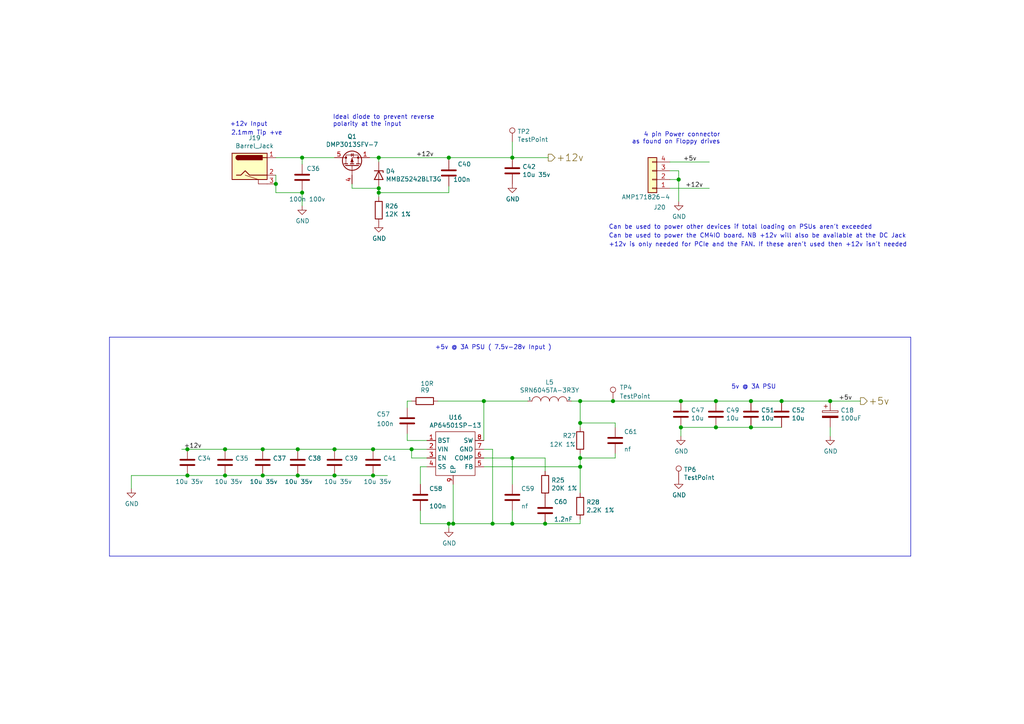
<source format=kicad_sch>
(kicad_sch (version 20211123) (generator eeschema)
  (paper "A4")
  (title_block (title "Compute Module 4 IO USB3 Board - PSUs") (company "Copyright © 2020-2022 Raspberry Pi Ltd (formerly Raspberry Pi (Trading) Ltd.)") (comment 1 "www.raspberrypi.com"))
  (lib_symbols
    (symbol "CM4IO:AP64351"
      (property "Reference" "U" (at 0 8.89 0))
      (property "Value" "AP64351" (at 1.27 6.35 0))
      (symbol "AP64351_0_1"
        (rectangle (start -5.08 5.08) (end 6.35 -7.62))
      )
      (symbol "AP64351_1_1"
        (pin passive line (at -7.62 2.54 0) (length 2.54) (name "BST") (number "1"))
        (pin power_in line (at -7.62 0 0) (length 2.54) (name "VIN") (number "2"))
        (pin input line (at -7.62 -2.54 0) (length 2.54) (name "EN") (number "3"))
        (pin input line (at -7.62 -5.08 0) (length 2.54) (name "SS") (number "4"))
        (pin input line (at 8.89 -5.08 180) (length 2.54) (name "FB") (number "5"))
        (pin input line (at 8.89 -2.54 180) (length 2.54) (name "COMP") (number "6"))
        (pin power_in line (at 8.89 0 180) (length 2.54) (name "GND") (number "7"))
        (pin output line (at 8.89 2.54 180) (length 2.54) (name "SW") (number "8"))
        (pin passive line (at 0 -10.16 90) (length 2.54) (name "EP") (number "9"))
      )
    )
    (symbol "CM4IO:Barrel_Jack"
      (property "Reference" "J" (at 0 5.334 0))
      (property "Value" "Barrel_Jack" (at 0 -5.08 0))
      (symbol "Barrel_Jack_0_1"
        (rectangle (start -5.08 3.81) (end 5.08 -3.81) (stroke (width 0.254)) (fill (type background)))
        (arc (start -3.302 3.175) (mid -3.937 2.54) (end -3.302 1.905) (stroke (width 0.254)))
        (arc (start -3.302 3.175) (mid -3.937 2.54) (end -3.302 1.905) (stroke (width 0.254)) (fill (type outline)))
        (polyline (pts (xy 5.08 2.54) (xy 3.81 2.54)) (stroke (width 0.254)))
        (polyline (pts (xy 5.08 -5.08) (xy 2.54 -5.08) (xy 2.54 -3.81) (xy -1.27 -2.54)))
        (polyline (pts (xy -3.81 -2.54) (xy -2.54 -2.54) (xy -1.27 -1.27) (xy 0 -2.54) (xy 2.54 -2.54) (xy 5.08 -2.54)) (stroke (width 0.254)))
        (rectangle (start 3.683 3.175) (end -3.302 1.905) (stroke (width 0.254)) (fill (type outline)))
      )
      (symbol "Barrel_Jack_1_1"
        (pin passive line (at 7.62 2.54 180) (length 2.54) (name "~") (number "1"))
        (pin passive line (at 7.62 -2.54 180) (length 2.54) (name "~") (number "2"))
        (pin passive line (at 7.62 -5.08 180) (length 2.54) (name "~") (number "3"))
      )
    )
    (symbol "Connector:TestPoint" (pin_numbers hide) (pin_names (offset 0.762) hide)
      (property "Reference" "TP" (at 0 6.858 0))
      (property "Value" "TestPoint" (at 0 5.08 0))
      (symbol "TestPoint_0_1"
        (circle (center 0 3.302) (radius 0.762))
      )
      (symbol "TestPoint_1_1"
        (pin passive line (at 0 0 90) (length 2.54) (name "1") (number "1"))
      )
    )
    (symbol "Connector_Generic:Conn_01x04" (pin_names hide)
      (property "Reference" "J" (at 0 5.08 0))
      (property "Value" "Conn_01x04" (at 0 -7.62 0))
      (symbol "Conn_01x04_1_1"
        (rectangle (start -1.27 -4.953) (end 0 -5.207))
        (rectangle (start -1.27 -2.413) (end 0 -2.667))
        (rectangle (start -1.27 0.127) (end 0 -0.127))
        (rectangle (start -1.27 2.667) (end 0 2.413))
        (rectangle (start -1.27 3.81) (end 1.27 -6.35) (stroke (width 0.254)) (fill (type background)))
        (pin passive line (at -5.08 2.54 0) (length 3.81) (name "Pin_1") (number "1"))
        (pin passive line (at -5.08 0 0) (length 3.81) (name "Pin_2") (number "2"))
        (pin passive line (at -5.08 -2.54 0) (length 3.81) (name "Pin_3") (number "3"))
        (pin passive line (at -5.08 -5.08 0) (length 3.81) (name "Pin_4") (number "4"))
      )
    )
    (symbol "Device:C" (pin_numbers hide) (pin_names (offset 0.254))
      (property "Reference" "C" (at 0.635 2.54 0))
      (property "Value" "C" (at 0.635 -2.54 0))
      (symbol "C_0_1"
        (polyline (pts (xy -2.032 -0.762) (xy 2.032 -0.762)) (stroke (width 0.508)))
        (polyline (pts (xy -2.032 0.762) (xy 2.032 0.762)) (stroke (width 0.508)))
      )
      (symbol "C_1_1"
        (pin passive line (at 0 3.81 270) (length 2.794) (name "~") (number "1"))
        (pin passive line (at 0 -3.81 90) (length 2.794) (name "~") (number "2"))
      )
    )
    (symbol "Device:CP" (pin_numbers hide) (pin_names (offset 0.254))
      (property "Reference" "C" (at 0.635 2.54 0))
      (property "Value" "CP" (at 0.635 -2.54 0))
      (symbol "CP_0_1"
        (rectangle (start -2.286 0.508) (end 2.286 1.016))
        (polyline (pts (xy -1.778 2.286) (xy -0.762 2.286)))
        (polyline (pts (xy -1.27 2.794) (xy -1.27 1.778)))
        (rectangle (start 2.286 -0.508) (end -2.286 -1.016) (fill (type outline)))
      )
      (symbol "CP_1_1"
        (pin passive line (at 0 3.81 270) (length 2.794) (name "~") (number "1"))
        (pin passive line (at 0 -3.81 90) (length 2.794) (name "~") (number "2"))
      )
    )
    (symbol "Device:R" (pin_numbers hide) (pin_names (offset 0))
      (property "Reference" "R" (at 2.032 0 90))
      (property "Value" "R" (at 0 0 90))
      (symbol "R_0_1"
        (rectangle (start -1.016 -2.54) (end 1.016 2.54) (stroke (width 0.254)))
      )
      (symbol "R_1_1"
        (pin passive line (at 0 3.81 270) (length 1.27) (name "~") (number "1"))
        (pin passive line (at 0 -3.81 90) (length 1.27) (name "~") (number "2"))
      )
    )
    (symbol "Diode:BZX84Cxx" (pin_numbers hide) (pin_names hide)
      (property "Reference" "D" (at 0 2.54 0))
      (property "Value" "BZX84Cxx" (at 0 -2.54 0))
      (symbol "BZX84Cxx_0_1"
        (polyline (pts (xy 1.27 0) (xy -1.27 0)))
        (polyline (pts (xy -1.27 -1.27) (xy -1.27 1.27) (xy -0.762 1.27)) (stroke (width 0.254)))
        (polyline (pts (xy 1.27 -1.27) (xy 1.27 1.27) (xy -1.27 0) (xy 1.27 -1.27)) (stroke (width 0.254)))
      )
      (symbol "BZX84Cxx_1_1"
        (pin passive line (at -3.81 0 0) (length 2.54) (name "K") (number "1"))
        (pin passive line (at 3.81 0 180) (length 2.54) (name "A") (number "2"))
      )
    )
    (symbol "Transistor_FET:DMP3013SFV" (pin_names hide)
      (property "Reference" "Q" (at 5.08 1.905 0))
      (property "Value" "DMP3013SFV" (at 5.08 0 0))
      (symbol "DMP3013SFV_0_1"
        (polyline (pts (xy 0.254 0) (xy -2.54 0)))
        (polyline (pts (xy 0.254 1.905) (xy 0.254 -1.905)) (stroke (width 0.254)))
        (polyline (pts (xy 0.762 -1.27) (xy 0.762 -2.286)) (stroke (width 0.254)))
        (polyline (pts (xy 0.762 0.508) (xy 0.762 -0.508)) (stroke (width 0.254)))
        (polyline (pts (xy 0.762 2.286) (xy 0.762 1.27)) (stroke (width 0.254)))
        (polyline (pts (xy 2.54 2.54) (xy 2.54 1.778)))
        (polyline (pts (xy 2.54 -2.54) (xy 2.54 0) (xy 0.762 0)))
        (polyline (pts (xy 0.762 1.778) (xy 3.302 1.778) (xy 3.302 -1.778) (xy 0.762 -1.778)))
        (polyline (pts (xy 2.286 0) (xy 1.27 0.381) (xy 1.27 -0.381) (xy 2.286 0)) (fill (type outline)))
        (polyline (pts (xy 2.794 -0.508) (xy 2.921 -0.381) (xy 3.683 -0.381) (xy 3.81 -0.254)))
        (polyline (pts (xy 3.302 -0.381) (xy 2.921 0.254) (xy 3.683 0.254) (xy 3.302 -0.381)))
        (circle (center 1.651 0) (radius 2.794) (stroke (width 0.254)))
        (circle (center 2.54 -1.778) (radius 0.254) (fill (type outline)))
        (circle (center 2.54 1.778) (radius 0.254) (fill (type outline)))
      )
      (symbol "DMP3013SFV_1_1"
        (pin passive line (at 2.54 -5.08 90) (length 2.54) (name "S") (number "1"))
        (pin passive line (at 2.54 -5.08 90) (length 2.54) hide (name "S") (number "2"))
        (pin passive line (at 2.54 -5.08 90) (length 2.54) hide (name "S") (number "3"))
        (pin passive line (at -5.08 0 0) (length 2.54) (name "G") (number "4"))
        (pin passive line (at 2.54 5.08 270) (length 2.54) (name "D") (number "5"))
      )
    )
    (symbol "power:GND" (power) (pin_names (offset 0))
      (property "Value" "GND" (at 0 -3.81 0))
      (symbol "GND_0_1"
        (polyline (pts (xy 0 0) (xy 0 -1.27) (xy 1.27 -1.27) (xy 0 -2.54) (xy -1.27 -1.27) (xy 0 -1.27)))
      )
      (symbol "GND_1_1"
        (pin power_in line (at 0 0 270) (length 0) hide (name "GND") (number "1"))
      )
    )
    (symbol "pspice:INDUCTOR" (pin_numbers hide) (pin_names (offset 0))
      (property "Reference" "L" (at 0 2.54 0))
      (property "Value" "INDUCTOR" (at 0 -1.27 0))
      (symbol "INDUCTOR_0_1"
        (arc (start -2.54 0) (mid -3.81 1.27) (end -5.08 0))
        (arc (start 0 0) (mid -1.27 1.27) (end -2.54 0))
        (arc (start 2.54 0) (mid 1.27 1.27) (end 0 0))
        (arc (start 5.08 0) (mid 3.81 1.27) (end 2.54 0))
      )
      (symbol "INDUCTOR_1_1"
        (pin input line (at -6.35 0 0) (length 1.27) (name "1") (number "1"))
        (pin input line (at 6.35 0 180) (length 1.27) (name "2") (number "2"))
      )
    )
  )
  (junction (at 142.875 151.892) (diameter 1.016))
  (junction (at 54.356 130.302) (diameter 1.016))
  (junction (at 131.445 151.892) (diameter 1.016))
  (junction (at 87.63 55.88) (diameter 1.016))
  (junction (at 130.175 151.892) (diameter 1.016))
  (junction (at 86.36 137.922) (diameter 1.016))
  (junction (at 217.805 123.952) (diameter 1.016))
  (junction (at 97.028 130.302) (diameter 1.016))
  (junction (at 86.36 130.302) (diameter 1.016))
  (junction (at 240.792 116.332) (diameter 1.016))
  (junction (at 108.204 130.302) (diameter 1.016))
  (junction (at 168.275 122.682) (diameter 1.016))
  (junction (at 197.485 123.952) (diameter 1.016))
  (junction (at 226.695 116.332) (diameter 1.016))
  (junction (at 148.59 45.72) (diameter 1.016))
  (junction (at 196.85 52.07) (diameter 1.016))
  (junction (at 177.8 116.332) (diameter 1.016))
  (junction (at 168.275 116.332) (diameter 1.016))
  (junction (at 109.855 54.61) (diameter 1.016))
  (junction (at 217.805 116.332) (diameter 1.016))
  (junction (at 168.275 132.842) (diameter 1.016))
  (junction (at 65.278 137.922) (diameter 1.016))
  (junction (at 168.275 135.382) (diameter 1.016))
  (junction (at 119.38 130.302) (diameter 1.016))
  (junction (at 87.63 45.72) (diameter 1.016))
  (junction (at 65.278 130.302) (diameter 1.016))
  (junction (at 148.59 132.842) (diameter 1.016))
  (junction (at 97.028 137.922) (diameter 1.016))
  (junction (at 207.645 123.952) (diameter 1.016))
  (junction (at 54.356 137.922) (diameter 1.016))
  (junction (at 197.485 116.332) (diameter 1.016))
  (junction (at 158.115 151.892) (diameter 1.016))
  (junction (at 80.01 53.34) (diameter 1.016))
  (junction (at 207.645 116.332) (diameter 1.016))
  (junction (at 76.2 137.922) (diameter 1.016))
  (junction (at 109.855 45.72) (diameter 1.016))
  (junction (at 109.855 55.88) (diameter 1.016))
  (junction (at 140.335 116.332) (diameter 1.016))
  (junction (at 108.204 137.922) (diameter 1.016))
  (junction (at 76.2 130.302) (diameter 1.016))
  (junction (at 148.59 151.892) (diameter 1.016))
  (junction (at 130.175 45.72) (diameter 1.016))
  (wire (pts (xy 131.445 151.892) (xy 142.875 151.892)))
  (wire (pts (xy 80.01 55.88) (xy 87.63 55.88)))
  (wire (pts (xy 142.875 151.892) (xy 148.59 151.892)))
  (wire (pts (xy 86.36 137.922) (xy 97.028 137.922)))
  (wire (pts (xy 178.435 132.842) (xy 178.435 131.572)))
  (wire (pts (xy 168.275 122.682) (xy 178.435 122.682)))
  (wire (pts (xy 197.485 116.332) (xy 207.645 116.332)))
  (wire (pts (xy 158.115 151.892) (xy 168.275 151.892)))
  (wire (pts (xy 194.31 46.99) (xy 205.74 46.99)))
  (wire (pts (xy 121.92 135.382) (xy 121.92 140.462)))
  (wire (pts (xy 168.275 116.332) (xy 168.275 122.682)))
  (wire (pts (xy 87.63 55.88) (xy 87.63 59.69)))
  (wire (pts (xy 196.85 52.07) (xy 196.85 58.42)))
  (wire (pts (xy 87.63 45.72) (xy 97.028 45.72)))
  (wire (pts (xy 65.278 130.302) (xy 76.2 130.302)))
  (wire (pts (xy 165.735 116.332) (xy 168.275 116.332)))
  (wire (pts (xy 118.11 125.857) (xy 118.11 127.762)))
  (wire (pts (xy 178.435 122.682) (xy 178.435 123.952)))
  (wire (pts (xy 80.01 45.72) (xy 87.63 45.72)))
  (polyline (pts (xy 264.16 97.79) (xy 264.16 161.29)) (stroke (width 0) (type solid)))
  (wire (pts (xy 197.485 123.952) (xy 197.485 126.492)))
  (wire (pts (xy 123.825 135.382) (xy 121.92 135.382)))
  (wire (pts (xy 148.59 132.842) (xy 148.59 140.462)))
  (wire (pts (xy 119.38 130.302) (xy 119.38 132.842)))
  (wire (pts (xy 109.855 55.88) (xy 130.175 55.88)))
  (wire (pts (xy 148.59 45.72) (xy 159.004 45.72)))
  (wire (pts (xy 102.108 53.34) (xy 102.108 54.61)))
  (wire (pts (xy 54.356 130.302) (xy 65.278 130.302)))
  (wire (pts (xy 109.855 45.72) (xy 130.175 45.72)))
  (polyline (pts (xy 31.75 97.79) (xy 31.75 161.29)) (stroke (width 0) (type solid)))
  (wire (pts (xy 140.335 130.302) (xy 142.875 130.302)))
  (wire (pts (xy 130.175 55.88) (xy 130.175 53.975)))
  (wire (pts (xy 130.175 151.892) (xy 131.445 151.892)))
  (wire (pts (xy 80.01 53.34) (xy 80.01 50.8)))
  (wire (pts (xy 240.792 123.952) (xy 240.792 126.492)))
  (wire (pts (xy 168.275 132.842) (xy 178.435 132.842)))
  (wire (pts (xy 148.59 148.082) (xy 148.59 151.892)))
  (wire (pts (xy 168.275 122.682) (xy 168.275 123.952)))
  (wire (pts (xy 118.11 118.237) (xy 118.11 116.332)))
  (wire (pts (xy 109.855 55.88) (xy 109.855 57.15)))
  (wire (pts (xy 80.01 55.88) (xy 80.01 53.34)))
  (wire (pts (xy 107.188 45.72) (xy 109.855 45.72)))
  (wire (pts (xy 194.31 54.61) (xy 205.74 54.61)))
  (wire (pts (xy 148.59 151.892) (xy 158.115 151.892)))
  (wire (pts (xy 158.115 136.652) (xy 158.115 132.842)))
  (wire (pts (xy 65.278 137.922) (xy 76.2 137.922)))
  (wire (pts (xy 148.59 132.842) (xy 158.115 132.842)))
  (wire (pts (xy 118.11 116.332) (xy 119.38 116.332)))
  (wire (pts (xy 168.275 135.382) (xy 168.275 143.002)))
  (wire (pts (xy 194.31 52.07) (xy 196.85 52.07)))
  (wire (pts (xy 76.2 130.302) (xy 86.36 130.302)))
  (wire (pts (xy 217.805 123.952) (xy 207.645 123.952)))
  (wire (pts (xy 130.175 45.72) (xy 148.59 45.72)))
  (wire (pts (xy 87.63 45.72) (xy 87.63 47.625)))
  (wire (pts (xy 207.645 123.952) (xy 197.485 123.952)))
  (wire (pts (xy 142.875 130.302) (xy 142.875 151.892)))
  (wire (pts (xy 109.855 45.72) (xy 109.855 46.99)))
  (wire (pts (xy 194.31 49.53) (xy 196.85 49.53)))
  (wire (pts (xy 119.38 130.302) (xy 123.825 130.302)))
  (wire (pts (xy 130.175 45.72) (xy 130.175 46.355)))
  (wire (pts (xy 109.855 54.61) (xy 109.855 55.88)))
  (wire (pts (xy 140.335 132.842) (xy 148.59 132.842)))
  (wire (pts (xy 38.1 137.922) (xy 38.1 141.732)))
  (wire (pts (xy 140.335 135.382) (xy 168.275 135.382)))
  (wire (pts (xy 168.275 131.572) (xy 168.275 132.842)))
  (wire (pts (xy 108.204 130.302) (xy 119.38 130.302)))
  (wire (pts (xy 97.028 130.302) (xy 108.204 130.302)))
  (wire (pts (xy 121.92 151.892) (xy 130.175 151.892)))
  (wire (pts (xy 76.2 137.922) (xy 86.36 137.922)))
  (wire (pts (xy 127 116.332) (xy 140.335 116.332)))
  (wire (pts (xy 38.1 137.922) (xy 54.356 137.922)))
  (wire (pts (xy 102.108 54.61) (xy 109.855 54.61)))
  (wire (pts (xy 148.59 41.148) (xy 148.59 45.72)))
  (wire (pts (xy 226.695 123.952) (xy 217.805 123.952)))
  (wire (pts (xy 140.335 116.332) (xy 140.335 127.762)))
  (wire (pts (xy 207.645 116.332) (xy 217.805 116.332)))
  (wire (pts (xy 177.8 116.332) (xy 197.485 116.332)))
  (polyline (pts (xy 31.75 97.79) (xy 264.16 97.79)) (stroke (width 0) (type solid)))
  (wire (pts (xy 130.175 153.162) (xy 130.175 151.892)))
  (wire (pts (xy 226.695 116.332) (xy 240.792 116.332)))
  (wire (pts (xy 121.92 148.082) (xy 121.92 151.892)))
  (wire (pts (xy 97.028 137.922) (xy 108.204 137.922)))
  (wire (pts (xy 140.335 116.332) (xy 153.035 116.332)))
  (wire (pts (xy 87.63 55.245) (xy 87.63 55.88)))
  (wire (pts (xy 86.36 130.302) (xy 97.028 130.302)))
  (wire (pts (xy 131.445 140.462) (xy 131.445 151.892)))
  (wire (pts (xy 108.204 137.922) (xy 112.395 137.922)))
  (wire (pts (xy 168.275 132.842) (xy 168.275 135.382)))
  (wire (pts (xy 119.38 132.842) (xy 123.825 132.842)))
  (wire (pts (xy 54.356 137.922) (xy 65.278 137.922)))
  (wire (pts (xy 240.792 116.332) (xy 249.555 116.332)))
  (wire (pts (xy 168.275 151.892) (xy 168.275 150.622)))
  (wire (pts (xy 168.275 116.332) (xy 177.8 116.332)))
  (wire (pts (xy 118.11 127.762) (xy 123.825 127.762)))
  (wire (pts (xy 217.805 116.332) (xy 226.695 116.332)))
  (wire (pts (xy 52.705 130.302) (xy 54.356 130.302)))
  (polyline (pts (xy 264.16 161.29) (xy 31.75 161.29)) (stroke (width 0) (type solid)))
  (wire (pts (xy 196.85 49.53) (xy 196.85 52.07)))
  (text "+5v @ 3A PSU ( 7.5v-28v Input )" (at 160.02 101.6 180) (effects (font (size 1.27 1.27)) (justify right bottom)))
  (text "Can be used to power the CM4IO board. NB +12v will also be available at the DC Jack" (at 176.53 69.215 0) (effects (font (size 1.27 1.27)) (justify left bottom)))
  (text "+12v is only needed for PCIe and the FAN. If these aren't used then +12v isn't needed" (at 176.53 71.755 0) (effects (font (size 1.27 1.27)) (justify left bottom)))
  (text "Ideal diode to prevent reverse\npolarity at the input" (at 96.52 36.83 0) (effects (font (size 1.27 1.27)) (justify left bottom)))
  (text "+12v Input" (at 66.675 36.83 0) (effects (font (size 1.27 1.27)) (justify left bottom)))
  (text "2.1mm Tip +ve" (at 81.915 39.37 180) (effects (font (size 1.27 1.27)) (justify right bottom)))
  (text "Can be used to power other devices if total loading on PSUs aren't exceeded" (at 176.53 66.675 0) (effects (font (size 1.27 1.27)) (justify left bottom)))
  (text "4 pin Power connector\nas found on Floppy drives" (at 208.915 41.91 180) (effects (font (size 1.27 1.27)) (justify right bottom)))
  (text "5v @ 3A PSU\n" (at 212.09 113.03 0) (effects (font (size 1.27 1.27)) (justify left bottom)))
  (label "+12v" (at 198.755 54.61 0))
  (label "+12v" (at 53.34 130.302 0))
  (label "+5v" (at 243.205 116.332 0))
  (label "+5v" (at 198.12 46.99 0))
  (label "+12v" (at 120.65 45.72 0))
  (hierarchical_label "+12v" (shape output) (at 159.004 45.72 0) (effects (font (size 2.0066 2.0066))))
  (hierarchical_label "+5v" (shape output) (at 249.555 116.332 0) (effects (font (size 2.0066 2.0066))))
  (symbol (lib_id "power:GND") (at 148.59 53.34 0) (unit 1)
    (property "Reference" "#PWR043" (effects hide))
    (property "Value" "GND" (at 148.717 57.7342 0))
  )
  (symbol (lib_id "power:GND") (at 87.63 59.69 0) (unit 1)
    (property "Reference" "#PWR041" (effects hide))
    (property "Value" "GND" (at 87.757 64.0842 0))
  )
  (symbol (lib_id "Device:C") (at 197.485 120.142 0) (unit 1)
    (property "Reference" "C47" (at 200.406 118.9736 0) (effects (justify left)))
    (property "Value" "10u" (at 200.406 121.285 0) (effects (justify left)))
    (property "Footprint" "Capacitor_SMD:C_0805_2012Metric" (effects hide))
    (property "Datasheet" "https://search.murata.co.jp/Ceramy/image/img/A01X/G101/ENG/GRM21BR71A106KA73-01.pdf" (effects hide))
    (property "Field5" "490-14381-1-ND" (effects hide))
    (property "Field4" "Digikey" (effects hide))
    (property "Field6" "GRM21BR71A106KA73L" (effects hide))
    (property "Field7" "Murata" (effects hide))
    (property "Part Description" "	10uF 10% 10V Ceramic Capacitor X7R 0805 (2012 Metric)" (effects hide))
    (property "Field8" "111893011" (effects hide))
  )
  (symbol (lib_id "Device:C") (at 207.645 120.142 0) (unit 1)
    (property "Reference" "C49" (at 210.566 118.9736 0) (effects (justify left)))
    (property "Value" "10u" (at 210.566 121.285 0) (effects (justify left)))
    (property "Footprint" "Capacitor_SMD:C_0805_2012Metric" (effects hide))
    (property "Datasheet" "https://search.murata.co.jp/Ceramy/image/img/A01X/G101/ENG/GRM21BR71A106KA73-01.pdf" (effects hide))
    (property "Field5" "490-14381-1-ND" (effects hide))
    (property "Field4" "Digikey" (effects hide))
    (property "Field6" "GRM21BR71A106KA73L" (effects hide))
    (property "Field7" "Murata" (effects hide))
    (property "Part Description" "	10uF 10% 10V Ceramic Capacitor X7R 0805 (2012 Metric)" (effects hide))
    (property "Field8" "111893011" (effects hide))
  )
  (symbol (lib_id "Device:C") (at 217.805 120.142 0) (unit 1)
    (property "Reference" "C51" (at 220.726 118.9736 0) (effects (justify left)))
    (property "Value" "10u" (at 220.726 121.285 0) (effects (justify left)))
    (property "Footprint" "Capacitor_SMD:C_0805_2012Metric" (effects hide))
    (property "Datasheet" "https://search.murata.co.jp/Ceramy/image/img/A01X/G101/ENG/GRM21BR71A106KA73-01.pdf" (effects hide))
    (property "Field5" "490-14381-1-ND" (effects hide))
    (property "Field4" "Digikey" (effects hide))
    (property "Field6" "GRM21BR71A106KA73L" (effects hide))
    (property "Field7" "Murata" (effects hide))
    (property "Part Description" "	10uF 10% 10V Ceramic Capacitor X7R 0805 (2012 Metric)" (effects hide))
    (property "Field8" "111893011" (effects hide))
  )
  (symbol (lib_id "Device:C") (at 226.695 120.142 0) (unit 1)
    (property "Reference" "C52" (at 229.616 118.9736 0) (effects (justify left)))
    (property "Value" "10u" (at 229.616 121.285 0) (effects (justify left)))
    (property "Footprint" "Capacitor_SMD:C_0805_2012Metric" (effects hide))
    (property "Datasheet" "https://search.murata.co.jp/Ceramy/image/img/A01X/G101/ENG/GRM21BR71A106KA73-01.pdf" (effects hide))
    (property "Field5" "490-14381-1-ND" (effects hide))
    (property "Field4" "Digikey" (effects hide))
    (property "Field6" "GRM21BR71A106KA73L" (effects hide))
    (property "Field7" "Murata" (effects hide))
    (property "Part Description" "	10uF 10% 10V Ceramic Capacitor X7R 0805 (2012 Metric)" (effects hide))
    (property "Field8" "111893011" (effects hide))
  )
  (symbol (lib_id "Device:C") (at 87.63 51.435 0) (unit 1)
    (property "Reference" "C36" (at 88.9 48.895 0) (effects (justify left)))
    (property "Value" "100n 100v" (at 83.82 57.785 0) (effects (justify left)))
    (property "Footprint" "Capacitor_SMD:C_0402_1005Metric" (effects hide))
    (property "Datasheet" "https://psearch.en.murata.com/capacitor/product/GRM155R62A104KE14%23.pdf" (effects hide))
    (property "Field4" "Farnell" (effects hide))
    (property "Field5" "2611907" (effects hide))
    (property "Field6" "GRM155R62A104KE14D" (effects hide))
    (property "Field7" "Murata" (effects hide))
    (property "Part Description" "	0.1uF 10% 100V Ceramic Capacitor X5R 0402 (1005 Metric)" (effects hide))
  )
  (symbol (lib_id "power:GND") (at 109.855 64.77 0) (unit 1)
    (property "Reference" "#PWR042" (effects hide))
    (property "Value" "GND" (at 109.982 69.1642 0))
  )
  (symbol (lib_id "Connector_Generic:Conn_01x04") (at 189.23 52.07 180) (unit 1)
    (property "Reference" "J20" (at 191.3128 60.1218 0))
    (property "Value" "AMP171826-4" (at 187.325 57.15 0))
    (property "Footprint" "171826-4:TE_171826-4" (effects hide))
    (property "Datasheet" "https://www.te.com/usa-en/product-171826-4.html" (effects hide))
    (property "Field4" "Farnell" (effects hide))
    (property "Field5" "	1056115" (effects hide))
    (property "Field6" "AMP171826-4" (effects hide))
    (property "Field7" "AMP-TE" (effects hide))
    (property "Part Description" "Wire-To-Board Connector, Right Angle, 2.54 mm, 4 Contacts, Header, AMP EI Series, Through Hole" (effects hide))
  )
  (symbol (lib_id "power:GND") (at 196.85 58.42 0) (unit 1)
    (property "Reference" "#PWR045" (effects hide))
    (property "Value" "GND" (at 196.977 62.8142 0))
  )
  (symbol (lib_id "CM4IO:Barrel_Jack") (at 72.39 48.26 0) (unit 1)
    (property "Reference" "J19" (at 73.8378 40.005 0))
    (property "Value" "Barrel_Jack" (at 73.8378 42.3164 0))
    (property "Footprint" "CM4IO:BarrelJack_Horizontal" (effects hide))
    (property "Datasheet" "https://www.toby.co.uk/uploads/publications/842.pdf" (effects hide))
    (property "Field4" "Toby" (effects hide))
    (property "Field5" "DC-001-A-2.1mm-R" (effects hide))
    (property "Part Description" "DC Power Connectors PCB 2.1MM" (effects hide))
    (property "Field6" "DC-001-A-2.1mm-R" (effects hide))
    (property "Field7" "Valcon" (effects hide))
  )
  (symbol (lib_id "Diode:BZX84Cxx") (at 109.855 50.8 270) (unit 1)
    (property "Reference" "D4" (at 111.887 49.657 90) (effects (justify left)))
    (property "Value" "MMBZ5242BLT3G" (at 111.887 51.943 90) (effects (justify left)))
    (property "Footprint" "Diode_SMD:D_SOT-23_ANK" (effects hide))
    (property "Datasheet" "https://diotec.com/tl_files/diotec/files/pdf/datasheets/bzx84c2v4.pdf" (effects hide))
    (property "Field4" "Digikey" (effects hide))
    (property "Field5" "	MMBZ5242BLT3GOSCT-ND" (effects hide))
    (property "Field6" "MMBZ5242BLT3G" (effects hide))
    (property "Field7" "Onsemi" (effects hide))
    (property "Part Description" "	Zener Diode 12V 225mW 5% Surface Mount SOT-23-3 (TO-236)" (effects hide))
  )
  (symbol (lib_id "Device:R") (at 109.855 60.96 0) (unit 1)
    (property "Reference" "R26" (at 111.633 59.7916 0) (effects (justify left)))
    (property "Value" "12K 1%" (at 111.633 62.103 0) (effects (justify left)))
    (property "Footprint" "Resistor_SMD:R_0402_1005Metric" (effects hide))
    (property "Datasheet" "https://fscdn.rohm.com/en/products/databook/datasheet/passive/resistor/chip_resistor/mcr-e.pdf" (effects hide))
    (property "Field4" "Farnell" (effects hide))
    (property "Field5" "9239367" (effects hide))
    (property "Field7" "Rohm" (effects hide))
    (property "Field6" "MCR01MZPF1202" (effects hide))
    (property "Part Description" "Resistor 12K M1005 1% 63mW" (effects hide))
  )
  (symbol (lib_id "Device:C") (at 130.175 50.165 0) (unit 1)
    (property "Reference" "C40" (at 132.715 47.625 0) (effects (justify left)))
    (property "Value" "100n" (at 131.445 52.07 0) (effects (justify left)))
    (property "Footprint" "Capacitor_SMD:C_0402_1005Metric" (effects hide))
    (property "Datasheet" "https://search.murata.co.jp/Ceramy/image/img/A01X/G101/ENG/GRM155R71C104KA88-01.pdf" (effects hide))
    (property "Field4" "Farnell" (effects hide))
    (property "Field5" "2611911" (effects hide))
    (property "Field6" "RM EMK105 B7104KV-F" (effects hide))
    (property "Field7" "TAIYO YUDEN EUROPE GMBH" (effects hide))
    (property "Part Description" "	0.1uF 10% 16V Ceramic Capacitor X7R 0402 (1005 Metric)" (effects hide))
    (property "Field8" "110091611" (effects hide))
  )
  (symbol (lib_id "power:GND") (at 197.485 126.492 0) (unit 1)
    (property "Reference" "#PWR0118" (effects hide))
    (property "Value" "GND" (at 197.612 130.8862 0))
  )
  (symbol (lib_id "Device:C") (at 118.11 122.047 0) (unit 1)
    (property "Reference" "C57" (at 109.22 120.142 0) (effects (justify left)))
    (property "Value" "100n" (at 109.22 122.936 0) (effects (justify left)))
    (property "Footprint" "Capacitor_SMD:C_0402_1005Metric" (effects hide))
    (property "Datasheet" "https://search.murata.co.jp/Ceramy/image/img/A01X/G101/ENG/GRM155R71C104KA88-01.pdf" (effects hide))
    (property "Field4" "Farnell" (effects hide))
    (property "Field5" "2611911" (effects hide))
    (property "Field6" "RM EMK105 B7104KV-F" (effects hide))
    (property "Field7" "TAIYO YUDEN EUROPE GMBH" (effects hide))
    (property "Part Description" "	0.1uF 10% 16V Ceramic Capacitor X7R 0402 (1005 Metric)" (effects hide))
    (property "Field8" "110091611" (effects hide))
  )
  (symbol (lib_id "Device:R") (at 123.19 116.332 270) (unit 1)
    (property "Reference" "R9" (at 121.92 113.157 90) (effects (justify left)))
    (property "Value" "10R" (at 121.92 111.252 90) (effects (justify left)))
    (property "Footprint" "Resistor_SMD:R_0402_1005Metric" (effects hide))
    (property "Datasheet" "https://fscdn.rohm.com/en/products/databook/datasheet/passive/resistor/chip_resistor/mcr-e.pdf" (effects hide))
    (property "Field4" "Farnell" (effects hide))
    (property "Field5" "9238999" (effects hide))
    (property "Field7" "Yageo" (effects hide))
    (property "Field6" "RC0402FR-0710RL" (effects hide))
    (property "Field8" "URES00256" (effects hide))
    (property "Part Description" "Resistor 10R M1005 1% 63mW" (effects hide))
  )
  (symbol (lib_id "Device:C") (at 178.435 127.762 0) (unit 1)
    (property "Reference" "C61" (at 180.975 125.222 0) (effects (justify left)))
    (property "Value" "nf" (at 180.975 130.302 0) (effects (justify left)))
    (property "Footprint" "Capacitor_SMD:C_0402_1005Metric" (effects hide))
    (property "Datasheet" "http://www.farnell.com/datasheets/2048267.pdf?_ga=2.222777691.1738794919.1588350964-1787849031.1568210898&_gac=1.250356018.1588350964.EAIaIQobChMIgrHHs4yT6QIVxevtCh39TA_nEAAYASAAEgK8PfD_BwE" (effects hide))
    (property "Field4" "Farnell" (effects hide))
    (property "Field5" "2666374" (effects hide))
    (property "Field6" "GRM1555C1H221JA01D" (effects hide))
    (property "Field7" "Murata" (effects hide))
    (property "Part Description" "220 pF, 50 V, 0402 [1005 Metric], ± 5%, C0G / NP0/CH, GCM Series" (effects hide))
  )
  (symbol (lib_id "Device:R") (at 168.275 127.762 0) (unit 1)
    (property "Reference" "R27" (at 163.195 126.365 0) (effects (justify left)))
    (property "Value" "12K 1%" (at 159.385 128.905 0) (effects (justify left)))
    (property "Footprint" "Resistor_SMD:R_0402_1005Metric" (effects hide))
    (property "Datasheet" "https://fscdn.rohm.com/en/products/databook/datasheet/passive/resistor/chip_resistor/mcr-e.pdf" (effects hide))
    (property "Field4" "Farnell" (effects hide))
    (property "Field5" "9239367" (effects hide))
    (property "Field7" "Rohm" (effects hide))
    (property "Field6" "MCR01MZPF1202" (effects hide))
    (property "Part Description" "Resistor 12K M1005 1% 63mW" (effects hide))
  )
  (symbol (lib_id "pspice:INDUCTOR") (at 159.385 116.332 0) (unit 1)
    (property "Reference" "L5" (at 159.385 110.871 0))
    (property "Value" "SRN6045TA-3R3Y" (at 159.385 113.1824 0))
    (property "Footprint" "Inductor_SMD:L_Bourns_SRN6045TA" (effects hide))
    (property "Datasheet" "https://www.bourns.com/docs/Product-Datasheets/SRN6045TA.pdf" (effects hide))
    (property "Field4" "Farnell" (effects hide))
    (property "Field5" "2616889" (effects hide))
    (property "Field6" "SRN6045TA-3R3Y" (effects hide))
    (property "Field7" "Bourns" (effects hide))
    (property "Part Description" "3.3µH Semi-Shielded Wirewound Inductor 7.8A 21mOhm Nonstandard" (effects hide))
  )
  (symbol (lib_id "Device:C") (at 158.115 148.082 0) (unit 1)
    (property "Reference" "C60" (at 160.655 145.542 0) (effects (justify left)))
    (property "Value" "1.2nF" (at 160.655 150.622 0) (effects (justify left)))
    (property "Footprint" "Capacitor_SMD:C_0402_1005Metric" (effects hide))
    (property "Datasheet" "http://www.farnell.com/datasheets/2734135.pdf?_ga=2.259347658.1738794919.1588350964-1787849031.1568210898&_gac=1.15394434.1588350964.EAIaIQobChMIgrHHs4yT6QIVxevtCh39TA_nEAAYASAAEgK8PfD_BwE" (effects hide))
    (property "Field4" "Digikey" (effects hide))
    (property "Field5" "490-16429-1-ND" (effects hide))
    (property "Field6" "GCM155R71H122KA37D" (effects hide))
    (property "Field7" "Murata" (effects hide))
    (property "Part Description" "1200pF 10% 10V Ceramic Capacitor X5R 0402 (1005 Metric)" (effects hide))
  )
  (symbol (lib_id "Device:C") (at 148.59 144.272 0) (unit 1)
    (property "Reference" "C59" (at 151.13 141.732 0) (effects (justify left)))
    (property "Value" "nf" (at 151.13 146.812 0) (effects (justify left)))
    (property "Footprint" "Capacitor_SMD:C_0402_1005Metric" (effects hide))
  )
  (symbol (lib_id "CM4IO:AP64351") (at 131.445 130.302 0) (unit 1)
    (property "Reference" "U16" (at 132.08 121.0564 0))
    (property "Value" "AP64501SP-13" (at 132.08 123.3678 0))
    (property "Footprint" "Package_SO:SOIC-8-1EP_3.9x4.9mm_P1.27mm_EP2.95x4.9mm_Mask2.71x3.4mm_ThermalVias" (effects hide))
    (property "Datasheet" "https://www.diodes.com/assets/Datasheets/AP64501.pdf" (effects hide))
    (property "Field4" "Digikey" (effects hide))
    (property "Field5" "31-AP64501SP-13CT-ND" (effects hide))
    (property "Field6" "AP64501SP-13" (effects hide))
    (property "Field7" "Diodes" (effects hide))
    (property "Part Description" "Buck Switching Regulator IC Positive Adjustable 0.8V 1 Output 5A 8-SOIC (0.154\", 3.90mm Width) Exposed Pad" (effects hide))
  )
  (symbol (lib_id "Device:C") (at 121.92 144.272 0) (unit 1)
    (property "Reference" "C58" (at 124.46 141.732 0) (effects (justify left)))
    (property "Value" "100n" (at 124.46 146.812 0) (effects (justify left)))
    (property "Footprint" "Capacitor_SMD:C_0402_1005Metric" (effects hide))
    (property "Datasheet" "https://search.murata.co.jp/Ceramy/image/img/A01X/G101/ENG/GRM155R71C104KA88-01.pdf" (effects hide))
    (property "Field4" "Farnell" (effects hide))
    (property "Field5" "2611911" (effects hide))
    (property "Field6" "RM EMK105 B7104KV-F" (effects hide))
    (property "Field7" "TAIYO YUDEN EUROPE GMBH" (effects hide))
    (property "Part Description" "	0.1uF 10% 16V Ceramic Capacitor X7R 0402 (1005 Metric)" (effects hide))
    (property "Field8" "110091611" (effects hide))
  )
  (symbol (lib_id "power:GND") (at 130.175 153.162 0) (unit 1)
    (property "Reference" "#PWR0119" (effects hide))
    (property "Value" "GND" (at 130.302 157.5562 0))
  )
  (symbol (lib_id "Device:R") (at 168.275 146.812 0) (unit 1)
    (property "Reference" "R28" (at 170.053 145.6436 0) (effects (justify left)))
    (property "Value" "2.2K 1%" (at 170.053 147.955 0) (effects (justify left)))
    (property "Footprint" "Resistor_SMD:R_0402_1005Metric" (effects hide))
    (property "Datasheet" "https://fscdn.rohm.com/en/products/databook/datasheet/passive/resistor/chip_resistor/mcr-e.pdf" (effects hide))
    (property "Field4" "Farnell" (effects hide))
    (property "Field5" "9239278" (effects hide))
    (property "Field6" "RK73G1ETQTP2201D         " (effects hide))
    (property "Field7" "KOA EUROPE GMBH" (effects hide))
    (property "Part Description" "Resistor 2.2K M1005 1% 63mW" (effects hide))
    (property "Field8" "120889581" (effects hide))
  )
  (symbol (lib_id "Device:R") (at 158.115 140.462 0) (unit 1)
    (property "Reference" "R25" (at 159.893 139.2936 0) (effects (justify left)))
    (property "Value" "20K 1%" (at 159.893 141.605 0) (effects (justify left)))
    (property "Footprint" "Resistor_SMD:R_0402_1005Metric" (effects hide))
    (property "Datasheet" "https://fscdn.rohm.com/en/products/databook/datasheet/passive/resistor/chip_resistor/mcr-e.pdf" (effects hide))
    (property "Field4" "Farnell" (effects hide))
    (property "Field5" "2331485" (effects hide))
    (property "Field7" "KOA EUROPE GMBH" (effects hide))
    (property "Field6" "RK73H1ETTP2002F" (effects hide))
    (property "Part Description" "Resistor 20K M1005 1% 63mW" (effects hide))
  )
  (symbol (lib_id "power:GND") (at 38.1 141.732 0) (unit 1)
    (property "Reference" "#PWR0120" (effects hide))
    (property "Value" "GND" (at 38.227 146.1262 0))
  )
  (symbol (lib_id "Connector:TestPoint") (at 148.59 41.148 0) (unit 1)
    (property "Reference" "TP2" (at 150.0632 38.1508 0) (effects (justify left)))
    (property "Value" "TestPoint" (at 150.0632 40.4622 0) (effects (justify left)))
    (property "Footprint" "TestPoint:TestPoint_Pad_2.0x2.0mm" (effects hide))
    (property "Field4" "nf" (effects hide))
    (property "Field5" "nf" (effects hide))
    (property "Field6" "nf" (effects hide))
    (property "Field7" "nf" (effects hide))
  )
  (symbol (lib_id "Connector:TestPoint") (at 196.85 139.192 0) (unit 1)
    (property "Reference" "TP6" (at 198.3232 136.1948 0) (effects (justify left)))
    (property "Value" "TestPoint" (at 198.3232 138.5062 0) (effects (justify left)))
    (property "Footprint" "TestPoint:TestPoint_Pad_2.0x2.0mm" (effects hide))
    (property "Field4" "nf" (effects hide))
    (property "Field5" "nf" (effects hide))
    (property "Field6" "nf" (effects hide))
    (property "Field7" "nf" (effects hide))
  )
  (symbol (lib_id "power:GND") (at 196.85 139.192 0) (unit 1)
    (property "Reference" "#PWR0122" (effects hide))
    (property "Value" "GND" (at 196.977 143.5862 0))
  )
  (symbol (lib_id "Transistor_FET:DMP3013SFV") (at 102.108 48.26 90) (unit 1)
    (property "Reference" "Q1" (at 102.108 39.5986 90))
    (property "Value" "DMP3013SFV-7" (at 102.108 41.91 90))
    (property "Footprint" "Package_SON:Diodes_PowerDI3333-8" (effects hide))
    (property "Datasheet" "https://www.diodes.com/assets/Datasheets/DMP3013SFV.pdf" (effects hide))
    (property "Field4" "Farnell" (effects hide))
    (property "Field5" "3405192" (effects hide))
    (property "Field6" "DMP3013SFV-7" (effects hide))
    (property "Field7" "Diodes" (effects hide))
    (property "Part Description" "DMP3013SFV-7 -  Power MOSFET, P Channel, 30 V, 12 A, 0.008 ohm, PowerDI3333, Surface Mount" (effects hide))
  )
  (symbol (lib_id "power:GND") (at 240.792 126.492 0) (unit 1)
    (property "Reference" "#PWR02" (effects hide))
    (property "Value" "GND" (at 240.919 130.8862 0))
  )
  (symbol (lib_id "Device:C") (at 108.204 134.112 0) (unit 1)
    (property "Reference" "C41" (at 111.125 132.9436 0) (effects (justify left)))
    (property "Value" "10u 35v" (at 105.41 139.7 0) (effects (justify left)))
    (property "Footprint" "Capacitor_SMD:C_0805_2012Metric" (effects hide))
    (property "Datasheet" "https://www.murata.com/en-global/products/productdetail.aspx?partno=GRM21BC8YA106ME11%23" (effects hide))
    (property "Field5" "490-10505-1-ND" (effects hide))
    (property "Field4" "Digikey" (effects hide))
    (property "Field6" "GRM21BC8YA106KE11L " (effects hide))
    (property "Field7" "Murata" (effects hide))
    (property "Part Description" "	10uF 10% or 20% 35V Ceramic Capacitor X6S 0805 (2012 Metric)" (effects hide))
  )
  (symbol (lib_id "Device:C") (at 97.028 134.112 0) (unit 1)
    (property "Reference" "C39" (at 99.949 132.9436 0) (effects (justify left)))
    (property "Value" "10u 35v" (at 93.98 139.7 0) (effects (justify left)))
    (property "Footprint" "Capacitor_SMD:C_0805_2012Metric" (effects hide))
    (property "Datasheet" "https://www.murata.com/en-global/products/productdetail.aspx?partno=GRM21BC8YA106ME11%23" (effects hide))
    (property "Field5" "490-10505-1-ND" (effects hide))
    (property "Field4" "Digikey" (effects hide))
    (property "Field6" "GRM21BC8YA106KE11L " (effects hide))
    (property "Field7" "Murata" (effects hide))
    (property "Part Description" "	10uF 10% or 20% 35V Ceramic Capacitor X6S 0805 (2012 Metric)" (effects hide))
  )
  (symbol (lib_id "Device:C") (at 86.36 134.112 0) (unit 1)
    (property "Reference" "C38" (at 89.281 132.9436 0) (effects (justify left)))
    (property "Value" "10u 35v" (at 82.55 139.7 0) (effects (justify left)))
    (property "Footprint" "Capacitor_SMD:C_0805_2012Metric" (effects hide))
    (property "Datasheet" "https://www.murata.com/en-global/products/productdetail.aspx?partno=GRM21BC8YA106ME11%23" (effects hide))
    (property "Field5" "490-10505-1-ND" (effects hide))
    (property "Field4" "Digikey" (effects hide))
    (property "Field6" "GRM21BC8YA106KE11L " (effects hide))
    (property "Field7" "Murata" (effects hide))
    (property "Part Description" "	10uF 10% or 20% 35V Ceramic Capacitor X6S 0805 (2012 Metric)" (effects hide))
  )
  (symbol (lib_id "Device:C") (at 76.2 134.112 0) (unit 1)
    (property "Reference" "C37" (at 79.121 132.9436 0) (effects (justify left)))
    (property "Value" "10u 35v" (at 72.39 139.7 0) (effects (justify left)))
    (property "Footprint" "Capacitor_SMD:C_0805_2012Metric" (effects hide))
    (property "Datasheet" "https://www.murata.com/en-global/products/productdetail.aspx?partno=GRM21BC8YA106ME11%23" (effects hide))
    (property "Field5" "490-10505-1-ND" (effects hide))
    (property "Field4" "Digikey" (effects hide))
    (property "Field6" "GRM21BC8YA106KE11L " (effects hide))
    (property "Field7" "Murata" (effects hide))
    (property "Part Description" "	10uF 10% or 20% 35V Ceramic Capacitor X6S 0805 (2012 Metric)" (effects hide))
  )
  (symbol (lib_id "Device:C") (at 65.278 134.112 0) (unit 1)
    (property "Reference" "C35" (at 68.199 132.9436 0) (effects (justify left)))
    (property "Value" "10u 35v" (at 62.23 139.7 0) (effects (justify left)))
    (property "Footprint" "Capacitor_SMD:C_0805_2012Metric" (effects hide))
    (property "Datasheet" "https://www.murata.com/en-global/products/productdetail.aspx?partno=GRM21BC8YA106ME11%23" (effects hide))
    (property "Field5" "490-10505-1-ND" (effects hide))
    (property "Field4" "Digikey" (effects hide))
    (property "Field6" "GRM21BC8YA106KE11L " (effects hide))
    (property "Field7" "Murata" (effects hide))
    (property "Part Description" "	10uF 10% or 20% 35V Ceramic Capacitor X6S 0805 (2012 Metric)" (effects hide))
  )
  (symbol (lib_id "Device:C") (at 54.356 134.112 0) (unit 1)
    (property "Reference" "C34" (at 57.277 132.9436 0) (effects (justify left)))
    (property "Value" "10u 35v" (at 50.8 139.7 0) (effects (justify left)))
    (property "Footprint" "Capacitor_SMD:C_0805_2012Metric" (effects hide))
    (property "Datasheet" "https://www.murata.com/en-global/products/productdetail.aspx?partno=GRM21BC8YA106ME11%23" (effects hide))
    (property "Field5" "490-10505-1-ND" (effects hide))
    (property "Field4" "Digikey" (effects hide))
    (property "Field6" "GRM21BC8YA106KE11L " (effects hide))
    (property "Field7" "Murata" (effects hide))
    (property "Part Description" "	10uF 10% or 20% 35V Ceramic Capacitor X6S 0805 (2012 Metric)" (effects hide))
  )
  (symbol (lib_id "Device:C") (at 148.59 49.53 0) (unit 1)
    (property "Reference" "C42" (at 151.511 48.3616 0) (effects (justify left)))
    (property "Value" "10u 35v" (at 151.511 50.673 0) (effects (justify left)))
    (property "Footprint" "Capacitor_SMD:C_0805_2012Metric" (effects hide))
    (property "Datasheet" "https://www.murata.com/en-global/products/productdetail.aspx?partno=GRM21BC8YA106ME11%23" (effects hide))
    (property "Field5" "490-10505-1-ND" (effects hide))
    (property "Field4" "Digikey" (effects hide))
    (property "Field6" "GRM21BC8YA106KE11L " (effects hide))
    (property "Field7" "Murata" (effects hide))
    (property "Part Description" "	10uF 10% or 20% 35V Ceramic Capacitor X6S 0805 (2012 Metric)" (effects hide))
  )
  (symbol (lib_id "Device:CP") (at 240.792 120.142 0) (unit 1)
    (property "Reference" "C18" (at 243.7892 118.999 0) (effects (justify left)))
    (property "Value" "100uF" (at 243.7892 121.285 0) (effects (justify left)))
    (property "Footprint" "Capacitor_Tantalum_SMD:CP_EIA-7343-31_Kemet-D" (effects hide))
    (property "Field4" "Mouser" (effects hide))
    (property "Field5" "667-EEF-CX0J101R" (effects hide))
    (property "Part Description" "Capacitor, SP-Cap, 100u, 6.3V, 15mR ESR" (effects hide))
  )
  (symbol (lib_id "Connector:TestPoint") (at 177.8 116.332 0) (unit 1)
    (property "Reference" "TP4" (at 179.705 112.395 0) (effects (justify left)))
    (property "Value" "TestPoint" (at 179.705 114.935 0) (effects (justify left)))
    (property "Footprint" "TestPoint:TestPoint_Pad_2.0x2.0mm" (effects hide))
    (property "Field4" "nf" (effects hide))
    (property "Field5" "nf" (effects hide))
    (property "Field6" "nf" (effects hide))
    (property "Field7" "nf" (effects hide))
  )
)
</source>
